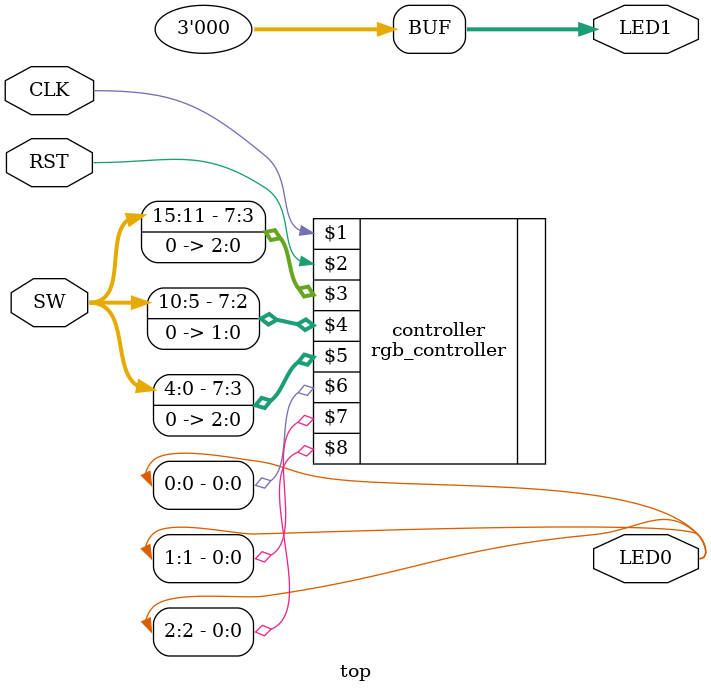
<source format=v>

`timescale 1ns/1ps

module top(CLK, RST, SW, LED0, LED1);

input wire CLK, RST;    //clk and reset button
input wire [15:0] SW;   //switches
output wire [2:0] LED0, LED1;   //RGB LEDs. LED0 will be used, LED1 will be turned off

assign LED1[0] = 0;
assign LED1[1] = 0;
assign LED1[2] = 0;    //turning off LED1

//module rgb_controller(clk_in, rst_in, r_in, g_in, b_in, r_out, g_out, b_out);
rgb_controller controller(CLK, RST, {SW[15:11], 3'b0}, {SW[10:5], 2'b0}, {SW[4:0], 3'b0}, LED0[0], LED0[1], LED0[2]);
endmodule
</source>
